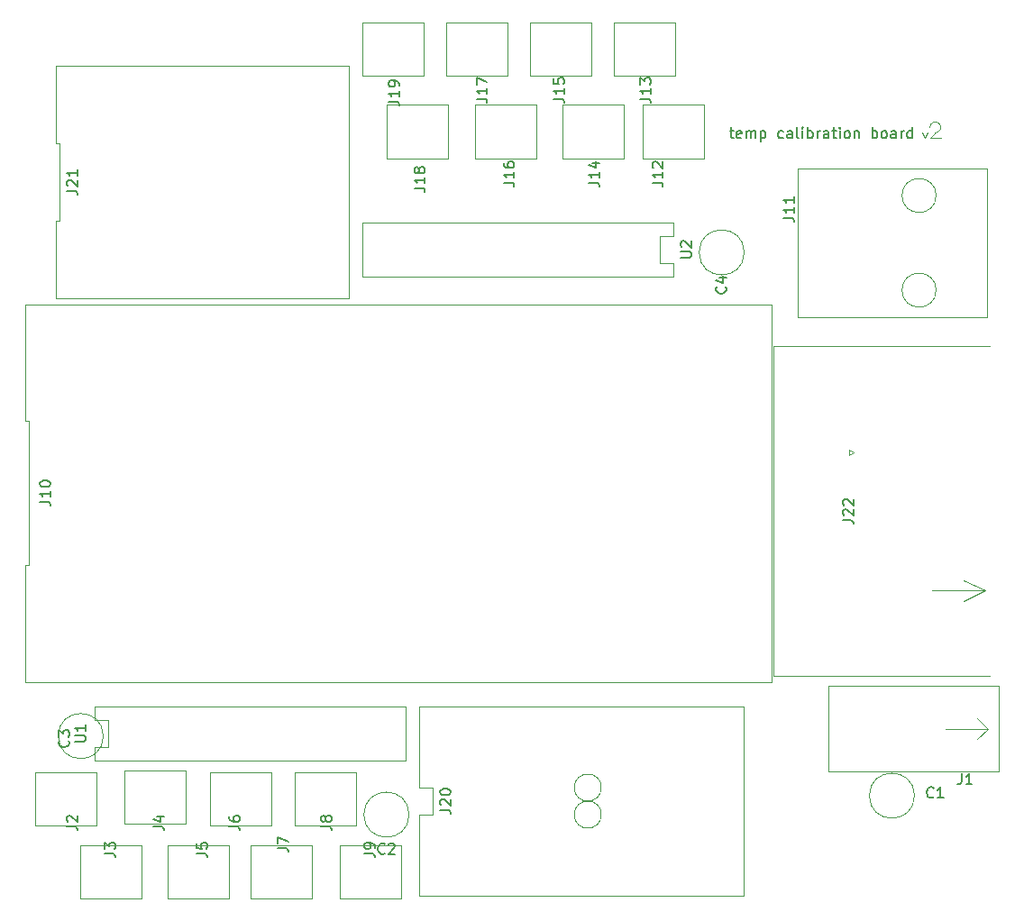
<source format=gbr>
G04 #@! TF.GenerationSoftware,KiCad,Pcbnew,5.1.2-f72e74a~84~ubuntu18.04.1*
G04 #@! TF.CreationDate,2019-06-04T17:18:25-04:00*
G04 #@! TF.ProjectId,temperature board,74656d70-6572-4617-9475-726520626f61,v01*
G04 #@! TF.SameCoordinates,Original*
G04 #@! TF.FileFunction,Legend,Top*
G04 #@! TF.FilePolarity,Positive*
%FSLAX46Y46*%
G04 Gerber Fmt 4.6, Leading zero omitted, Abs format (unit mm)*
G04 Created by KiCad (PCBNEW 5.1.2-f72e74a~84~ubuntu18.04.1) date 2019-06-04 17:18:25*
%MOMM*%
%LPD*%
G04 APERTURE LIST*
%ADD10C,0.150000*%
%ADD11C,0.120000*%
G04 APERTURE END LIST*
D10*
X138423142Y-37123714D02*
X138804095Y-37123714D01*
X138566000Y-36790380D02*
X138566000Y-37647523D01*
X138613619Y-37742761D01*
X138708857Y-37790380D01*
X138804095Y-37790380D01*
X139518380Y-37742761D02*
X139423142Y-37790380D01*
X139232666Y-37790380D01*
X139137428Y-37742761D01*
X139089809Y-37647523D01*
X139089809Y-37266571D01*
X139137428Y-37171333D01*
X139232666Y-37123714D01*
X139423142Y-37123714D01*
X139518380Y-37171333D01*
X139566000Y-37266571D01*
X139566000Y-37361809D01*
X139089809Y-37457047D01*
X139994571Y-37790380D02*
X139994571Y-37123714D01*
X139994571Y-37218952D02*
X140042190Y-37171333D01*
X140137428Y-37123714D01*
X140280285Y-37123714D01*
X140375523Y-37171333D01*
X140423142Y-37266571D01*
X140423142Y-37790380D01*
X140423142Y-37266571D02*
X140470761Y-37171333D01*
X140566000Y-37123714D01*
X140708857Y-37123714D01*
X140804095Y-37171333D01*
X140851714Y-37266571D01*
X140851714Y-37790380D01*
X141327904Y-37123714D02*
X141327904Y-38123714D01*
X141327904Y-37171333D02*
X141423142Y-37123714D01*
X141613619Y-37123714D01*
X141708857Y-37171333D01*
X141756476Y-37218952D01*
X141804095Y-37314190D01*
X141804095Y-37599904D01*
X141756476Y-37695142D01*
X141708857Y-37742761D01*
X141613619Y-37790380D01*
X141423142Y-37790380D01*
X141327904Y-37742761D01*
X143423142Y-37742761D02*
X143327904Y-37790380D01*
X143137428Y-37790380D01*
X143042190Y-37742761D01*
X142994571Y-37695142D01*
X142946952Y-37599904D01*
X142946952Y-37314190D01*
X142994571Y-37218952D01*
X143042190Y-37171333D01*
X143137428Y-37123714D01*
X143327904Y-37123714D01*
X143423142Y-37171333D01*
X144280285Y-37790380D02*
X144280285Y-37266571D01*
X144232666Y-37171333D01*
X144137428Y-37123714D01*
X143946952Y-37123714D01*
X143851714Y-37171333D01*
X144280285Y-37742761D02*
X144185047Y-37790380D01*
X143946952Y-37790380D01*
X143851714Y-37742761D01*
X143804095Y-37647523D01*
X143804095Y-37552285D01*
X143851714Y-37457047D01*
X143946952Y-37409428D01*
X144185047Y-37409428D01*
X144280285Y-37361809D01*
X144899333Y-37790380D02*
X144804095Y-37742761D01*
X144756476Y-37647523D01*
X144756476Y-36790380D01*
X145280285Y-37790380D02*
X145280285Y-37123714D01*
X145280285Y-36790380D02*
X145232666Y-36838000D01*
X145280285Y-36885619D01*
X145327904Y-36838000D01*
X145280285Y-36790380D01*
X145280285Y-36885619D01*
X145756476Y-37790380D02*
X145756476Y-36790380D01*
X145756476Y-37171333D02*
X145851714Y-37123714D01*
X146042190Y-37123714D01*
X146137428Y-37171333D01*
X146185047Y-37218952D01*
X146232666Y-37314190D01*
X146232666Y-37599904D01*
X146185047Y-37695142D01*
X146137428Y-37742761D01*
X146042190Y-37790380D01*
X145851714Y-37790380D01*
X145756476Y-37742761D01*
X146661238Y-37790380D02*
X146661238Y-37123714D01*
X146661238Y-37314190D02*
X146708857Y-37218952D01*
X146756476Y-37171333D01*
X146851714Y-37123714D01*
X146946952Y-37123714D01*
X147708857Y-37790380D02*
X147708857Y-37266571D01*
X147661238Y-37171333D01*
X147566000Y-37123714D01*
X147375523Y-37123714D01*
X147280285Y-37171333D01*
X147708857Y-37742761D02*
X147613619Y-37790380D01*
X147375523Y-37790380D01*
X147280285Y-37742761D01*
X147232666Y-37647523D01*
X147232666Y-37552285D01*
X147280285Y-37457047D01*
X147375523Y-37409428D01*
X147613619Y-37409428D01*
X147708857Y-37361809D01*
X148042190Y-37123714D02*
X148423142Y-37123714D01*
X148185047Y-36790380D02*
X148185047Y-37647523D01*
X148232666Y-37742761D01*
X148327904Y-37790380D01*
X148423142Y-37790380D01*
X148756476Y-37790380D02*
X148756476Y-37123714D01*
X148756476Y-36790380D02*
X148708857Y-36838000D01*
X148756476Y-36885619D01*
X148804095Y-36838000D01*
X148756476Y-36790380D01*
X148756476Y-36885619D01*
X149375523Y-37790380D02*
X149280285Y-37742761D01*
X149232666Y-37695142D01*
X149185047Y-37599904D01*
X149185047Y-37314190D01*
X149232666Y-37218952D01*
X149280285Y-37171333D01*
X149375523Y-37123714D01*
X149518380Y-37123714D01*
X149613619Y-37171333D01*
X149661238Y-37218952D01*
X149708857Y-37314190D01*
X149708857Y-37599904D01*
X149661238Y-37695142D01*
X149613619Y-37742761D01*
X149518380Y-37790380D01*
X149375523Y-37790380D01*
X150137428Y-37123714D02*
X150137428Y-37790380D01*
X150137428Y-37218952D02*
X150185047Y-37171333D01*
X150280285Y-37123714D01*
X150423142Y-37123714D01*
X150518380Y-37171333D01*
X150566000Y-37266571D01*
X150566000Y-37790380D01*
X151804095Y-37790380D02*
X151804095Y-36790380D01*
X151804095Y-37171333D02*
X151899333Y-37123714D01*
X152089809Y-37123714D01*
X152185047Y-37171333D01*
X152232666Y-37218952D01*
X152280285Y-37314190D01*
X152280285Y-37599904D01*
X152232666Y-37695142D01*
X152185047Y-37742761D01*
X152089809Y-37790380D01*
X151899333Y-37790380D01*
X151804095Y-37742761D01*
X152851714Y-37790380D02*
X152756476Y-37742761D01*
X152708857Y-37695142D01*
X152661238Y-37599904D01*
X152661238Y-37314190D01*
X152708857Y-37218952D01*
X152756476Y-37171333D01*
X152851714Y-37123714D01*
X152994571Y-37123714D01*
X153089809Y-37171333D01*
X153137428Y-37218952D01*
X153185047Y-37314190D01*
X153185047Y-37599904D01*
X153137428Y-37695142D01*
X153089809Y-37742761D01*
X152994571Y-37790380D01*
X152851714Y-37790380D01*
X154042190Y-37790380D02*
X154042190Y-37266571D01*
X153994571Y-37171333D01*
X153899333Y-37123714D01*
X153708857Y-37123714D01*
X153613619Y-37171333D01*
X154042190Y-37742761D02*
X153946952Y-37790380D01*
X153708857Y-37790380D01*
X153613619Y-37742761D01*
X153566000Y-37647523D01*
X153566000Y-37552285D01*
X153613619Y-37457047D01*
X153708857Y-37409428D01*
X153946952Y-37409428D01*
X154042190Y-37361809D01*
X154518380Y-37790380D02*
X154518380Y-37123714D01*
X154518380Y-37314190D02*
X154566000Y-37218952D01*
X154613619Y-37171333D01*
X154708857Y-37123714D01*
X154804095Y-37123714D01*
X155566000Y-37790380D02*
X155566000Y-36790380D01*
X155566000Y-37742761D02*
X155470761Y-37790380D01*
X155280285Y-37790380D01*
X155185047Y-37742761D01*
X155137428Y-37695142D01*
X155089809Y-37599904D01*
X155089809Y-37314190D01*
X155137428Y-37218952D01*
X155185047Y-37171333D01*
X155280285Y-37123714D01*
X155470761Y-37123714D01*
X155566000Y-37171333D01*
D11*
X157226000Y-36779200D02*
G75*
G02X157734000Y-37287200I508000J0D01*
G01*
X157734000Y-37287200D02*
X157226000Y-37795200D01*
X157734000Y-37795200D02*
X158242000Y-37795200D01*
X157226000Y-37795200D02*
X157734000Y-37795200D01*
X156718000Y-37795200D02*
X156972000Y-37287200D01*
X156464000Y-37287200D02*
X156718000Y-37795200D01*
X135971000Y-34671000D02*
X135971000Y-39671000D01*
X130221000Y-34671000D02*
X130221000Y-39671000D01*
X135971000Y-34671000D02*
X130221000Y-34671000D01*
X135971000Y-39671000D02*
X130221000Y-39671000D01*
X73198000Y-102362000D02*
X73198000Y-97362000D01*
X78948000Y-102362000D02*
X78948000Y-97362000D01*
X73198000Y-102362000D02*
X78948000Y-102362000D01*
X73198000Y-97362000D02*
X78948000Y-97362000D01*
X142395000Y-88900001D02*
X142395000Y-53420001D01*
X72235000Y-77866666D02*
X72235000Y-88900000D01*
X72235000Y-64373334D02*
X72235000Y-53420000D01*
X72595000Y-77866666D02*
X72235000Y-77866666D01*
X72595000Y-64373334D02*
X72595000Y-77866666D01*
X72235000Y-64373334D02*
X72595000Y-64373334D01*
X142395000Y-53420001D02*
X72235000Y-53420000D01*
X72235000Y-88900000D02*
X142395000Y-88900001D01*
X162702000Y-93266000D02*
X161702000Y-92266000D01*
X161702000Y-94266000D02*
X162702000Y-93266000D01*
X162702000Y-93266000D02*
X161702000Y-94266000D01*
X158702000Y-93266000D02*
X162702000Y-93266000D01*
X147702000Y-97266000D02*
X163702000Y-97266000D01*
X147702000Y-89266000D02*
X147702000Y-97266000D01*
X163702000Y-89266000D02*
X147702000Y-89266000D01*
X163702000Y-90266000D02*
X163702000Y-89266000D01*
X163702000Y-97266000D02*
X163702000Y-90266000D01*
X75140000Y-45539999D02*
X75140000Y-52800000D01*
X75500000Y-45539999D02*
X75140000Y-45539999D01*
X75500000Y-38280000D02*
X75500000Y-45539999D01*
X75140000Y-38280000D02*
X75500000Y-38280000D01*
X75140000Y-31020000D02*
X75140000Y-38280000D01*
X102660000Y-31020000D02*
X75140000Y-31020000D01*
X102660000Y-52800000D02*
X102660000Y-31020000D01*
X75140000Y-52800000D02*
X102660000Y-52800000D01*
X126365000Y-98806000D02*
G75*
G03X126365000Y-98806000I-1270000J0D01*
G01*
X126365000Y-101346000D02*
G75*
G03X126365000Y-101346000I-1270000J0D01*
G01*
X139700000Y-108966000D02*
X109220000Y-108966000D01*
X139700000Y-91186000D02*
X139700000Y-108966000D01*
X109220000Y-91186000D02*
X139700000Y-91186000D01*
X109220000Y-98806000D02*
X109220000Y-91186000D01*
X110490000Y-98806000D02*
X109220000Y-98806000D01*
X110490000Y-101346000D02*
X110490000Y-98806000D01*
X109220000Y-101346000D02*
X110490000Y-101346000D01*
X109220000Y-108966000D02*
X109220000Y-101346000D01*
X89581000Y-102362000D02*
X89581000Y-97362000D01*
X95331000Y-102362000D02*
X95331000Y-97362000D01*
X89581000Y-102362000D02*
X95331000Y-102362000D01*
X89581000Y-97362000D02*
X95331000Y-97362000D01*
X133096000Y-50800000D02*
X130556000Y-50800000D01*
X133096000Y-49530000D02*
X133096000Y-50800000D01*
X131826000Y-49530000D02*
X133096000Y-49530000D01*
X131826000Y-46990000D02*
X131826000Y-49530000D01*
X133096000Y-46990000D02*
X131826000Y-46990000D01*
X133096000Y-45720000D02*
X133096000Y-46990000D01*
X130556000Y-45720000D02*
X133096000Y-45720000D01*
X103886000Y-45720000D02*
X130556000Y-45720000D01*
X103886000Y-50800000D02*
X103886000Y-45720000D01*
X130556000Y-50800000D02*
X103886000Y-50800000D01*
X78740000Y-91186000D02*
X81280000Y-91186000D01*
X78740000Y-92456000D02*
X78740000Y-91186000D01*
X80010000Y-92456000D02*
X78740000Y-92456000D01*
X80010000Y-94996000D02*
X80010000Y-92456000D01*
X78740000Y-94996000D02*
X80010000Y-94996000D01*
X78740000Y-96266000D02*
X78740000Y-94996000D01*
X81280000Y-96266000D02*
X78740000Y-96266000D01*
X107950000Y-96266000D02*
X81280000Y-96266000D01*
X107950000Y-91186000D02*
X107950000Y-96266000D01*
X81280000Y-91186000D02*
X107950000Y-91186000D01*
X125430000Y-26924000D02*
X125430000Y-31924000D01*
X119680000Y-26924000D02*
X119680000Y-31924000D01*
X125430000Y-26924000D02*
X119680000Y-26924000D01*
X125430000Y-31924000D02*
X119680000Y-31924000D01*
X133304000Y-26924000D02*
X133304000Y-31924000D01*
X127554000Y-26924000D02*
X127554000Y-31924000D01*
X133304000Y-26924000D02*
X127554000Y-26924000D01*
X133304000Y-31924000D02*
X127554000Y-31924000D01*
X120223000Y-34671000D02*
X120223000Y-39671000D01*
X114473000Y-34671000D02*
X114473000Y-39671000D01*
X120223000Y-34671000D02*
X114473000Y-34671000D01*
X120223000Y-39671000D02*
X114473000Y-39671000D01*
X97582000Y-102362000D02*
X97582000Y-97362000D01*
X103332000Y-102362000D02*
X103332000Y-97362000D01*
X97582000Y-102362000D02*
X103332000Y-102362000D01*
X97582000Y-97362000D02*
X103332000Y-97362000D01*
X81580000Y-102235000D02*
X81580000Y-97235000D01*
X87330000Y-102235000D02*
X87330000Y-97235000D01*
X81580000Y-102235000D02*
X87330000Y-102235000D01*
X81580000Y-97235000D02*
X87330000Y-97235000D01*
X144780000Y-40640000D02*
X144780000Y-54610000D01*
X162560000Y-40640000D02*
X144780000Y-40640000D01*
X162560000Y-54610000D02*
X162560000Y-40640000D01*
X144780000Y-54610000D02*
X162560000Y-54610000D01*
X157809946Y-52070000D02*
G75*
G03X157809946Y-52070000I-1599946J0D01*
G01*
X157809946Y-43180000D02*
G75*
G03X157809946Y-43180000I-1599946J0D01*
G01*
X109682000Y-26924000D02*
X109682000Y-31924000D01*
X103932000Y-26924000D02*
X103932000Y-31924000D01*
X109682000Y-26924000D02*
X103932000Y-26924000D01*
X109682000Y-31924000D02*
X103932000Y-31924000D01*
X111968000Y-34671000D02*
X111968000Y-39671000D01*
X106218000Y-34671000D02*
X106218000Y-39671000D01*
X111968000Y-34671000D02*
X106218000Y-34671000D01*
X111968000Y-39671000D02*
X106218000Y-39671000D01*
X117556000Y-26924000D02*
X117556000Y-31924000D01*
X111806000Y-26924000D02*
X111806000Y-31924000D01*
X117556000Y-26924000D02*
X111806000Y-26924000D01*
X117556000Y-31924000D02*
X111806000Y-31924000D01*
X128478000Y-34671000D02*
X128478000Y-39671000D01*
X122728000Y-34671000D02*
X122728000Y-39671000D01*
X128478000Y-34671000D02*
X122728000Y-34671000D01*
X128478000Y-39671000D02*
X122728000Y-39671000D01*
X101773000Y-109220000D02*
X101773000Y-104220000D01*
X107523000Y-109220000D02*
X107523000Y-104220000D01*
X101773000Y-109220000D02*
X107523000Y-109220000D01*
X101773000Y-104220000D02*
X107523000Y-104220000D01*
X93391000Y-109220000D02*
X93391000Y-104220000D01*
X99141000Y-109220000D02*
X99141000Y-104220000D01*
X93391000Y-109220000D02*
X99141000Y-109220000D01*
X93391000Y-104220000D02*
X99141000Y-104220000D01*
X85644000Y-109220000D02*
X85644000Y-104220000D01*
X91394000Y-109220000D02*
X91394000Y-104220000D01*
X85644000Y-109220000D02*
X91394000Y-109220000D01*
X85644000Y-104220000D02*
X91394000Y-104220000D01*
X77389000Y-109220000D02*
X77389000Y-104220000D01*
X83139000Y-109220000D02*
X83139000Y-104220000D01*
X77389000Y-109220000D02*
X83139000Y-109220000D01*
X77389000Y-104220000D02*
X83139000Y-104220000D01*
X155778000Y-99568000D02*
G75*
G03X155778000Y-99568000I-2120000J0D01*
G01*
X108304000Y-101346000D02*
G75*
G03X108304000Y-101346000I-2120000J0D01*
G01*
X79590000Y-93968000D02*
G75*
G03X79590000Y-93968000I-2120000J0D01*
G01*
X139788000Y-48526000D02*
G75*
G03X139788000Y-48526000I-2120000J0D01*
G01*
X150540000Y-57365000D02*
X142540000Y-57365000D01*
X150540000Y-88335000D02*
X142540000Y-88335000D01*
X150078675Y-67310000D02*
X149645662Y-67560000D01*
X149645662Y-67060000D02*
X150078675Y-67310000D01*
X149645662Y-67560000D02*
X149645662Y-67060000D01*
X150540000Y-57365000D02*
X162880000Y-57365000D01*
X142540000Y-88335000D02*
X142540000Y-57365000D01*
X162880000Y-88335000D02*
X150540000Y-88335000D01*
X157400000Y-80310000D02*
X162400000Y-80310000D01*
X162400000Y-80310000D02*
X160400000Y-79310000D01*
X160400000Y-79310000D02*
X162400000Y-80310000D01*
X160400000Y-81310000D02*
X162400000Y-80310000D01*
D10*
X131151380Y-41957523D02*
X131865666Y-41957523D01*
X132008523Y-42005142D01*
X132103761Y-42100380D01*
X132151380Y-42243238D01*
X132151380Y-42338476D01*
X132151380Y-40957523D02*
X132151380Y-41528952D01*
X132151380Y-41243238D02*
X131151380Y-41243238D01*
X131294238Y-41338476D01*
X131389476Y-41433714D01*
X131437095Y-41528952D01*
X131246619Y-40576571D02*
X131199000Y-40528952D01*
X131151380Y-40433714D01*
X131151380Y-40195619D01*
X131199000Y-40100380D01*
X131246619Y-40052761D01*
X131341857Y-40005142D01*
X131437095Y-40005142D01*
X131579952Y-40052761D01*
X132151380Y-40624190D01*
X132151380Y-40005142D01*
X76160380Y-102441333D02*
X76874666Y-102441333D01*
X77017523Y-102488952D01*
X77112761Y-102584190D01*
X77160380Y-102727047D01*
X77160380Y-102822285D01*
X76255619Y-102012761D02*
X76208000Y-101965142D01*
X76160380Y-101869904D01*
X76160380Y-101631809D01*
X76208000Y-101536571D01*
X76255619Y-101488952D01*
X76350857Y-101441333D01*
X76446095Y-101441333D01*
X76588952Y-101488952D01*
X77160380Y-102060380D01*
X77160380Y-101441333D01*
X73620380Y-71929523D02*
X74334666Y-71929523D01*
X74477523Y-71977142D01*
X74572761Y-72072380D01*
X74620380Y-72215238D01*
X74620380Y-72310476D01*
X74620380Y-70929523D02*
X74620380Y-71500952D01*
X74620380Y-71215238D02*
X73620380Y-71215238D01*
X73763238Y-71310476D01*
X73858476Y-71405714D01*
X73906095Y-71500952D01*
X73620380Y-70310476D02*
X73620380Y-70215238D01*
X73668000Y-70120000D01*
X73715619Y-70072380D01*
X73810857Y-70024761D01*
X74001333Y-69977142D01*
X74239428Y-69977142D01*
X74429904Y-70024761D01*
X74525142Y-70072380D01*
X74572761Y-70120000D01*
X74620380Y-70215238D01*
X74620380Y-70310476D01*
X74572761Y-70405714D01*
X74525142Y-70453333D01*
X74429904Y-70500952D01*
X74239428Y-70548571D01*
X74001333Y-70548571D01*
X73810857Y-70500952D01*
X73715619Y-70453333D01*
X73668000Y-70405714D01*
X73620380Y-70310476D01*
X160194666Y-97496380D02*
X160194666Y-98210666D01*
X160147047Y-98353523D01*
X160051809Y-98448761D01*
X159908952Y-98496380D01*
X159813714Y-98496380D01*
X161194666Y-98496380D02*
X160623238Y-98496380D01*
X160908952Y-98496380D02*
X160908952Y-97496380D01*
X160813714Y-97639238D01*
X160718476Y-97734476D01*
X160623238Y-97782095D01*
X76160380Y-42719523D02*
X76874666Y-42719523D01*
X77017523Y-42767142D01*
X77112761Y-42862380D01*
X77160380Y-43005238D01*
X77160380Y-43100476D01*
X76255619Y-42290952D02*
X76208000Y-42243333D01*
X76160380Y-42148095D01*
X76160380Y-41910000D01*
X76208000Y-41814761D01*
X76255619Y-41767142D01*
X76350857Y-41719523D01*
X76446095Y-41719523D01*
X76588952Y-41767142D01*
X77160380Y-42338571D01*
X77160380Y-41719523D01*
X77160380Y-40767142D02*
X77160380Y-41338571D01*
X77160380Y-41052857D02*
X76160380Y-41052857D01*
X76303238Y-41148095D01*
X76398476Y-41243333D01*
X76446095Y-41338571D01*
X111212380Y-100885523D02*
X111926666Y-100885523D01*
X112069523Y-100933142D01*
X112164761Y-101028380D01*
X112212380Y-101171238D01*
X112212380Y-101266476D01*
X111307619Y-100456952D02*
X111260000Y-100409333D01*
X111212380Y-100314095D01*
X111212380Y-100076000D01*
X111260000Y-99980761D01*
X111307619Y-99933142D01*
X111402857Y-99885523D01*
X111498095Y-99885523D01*
X111640952Y-99933142D01*
X112212380Y-100504571D01*
X112212380Y-99885523D01*
X111212380Y-99266476D02*
X111212380Y-99171238D01*
X111260000Y-99076000D01*
X111307619Y-99028380D01*
X111402857Y-98980761D01*
X111593333Y-98933142D01*
X111831428Y-98933142D01*
X112021904Y-98980761D01*
X112117142Y-99028380D01*
X112164761Y-99076000D01*
X112212380Y-99171238D01*
X112212380Y-99266476D01*
X112164761Y-99361714D01*
X112117142Y-99409333D01*
X112021904Y-99456952D01*
X111831428Y-99504571D01*
X111593333Y-99504571D01*
X111402857Y-99456952D01*
X111307619Y-99409333D01*
X111260000Y-99361714D01*
X111212380Y-99266476D01*
X91400380Y-102441333D02*
X92114666Y-102441333D01*
X92257523Y-102488952D01*
X92352761Y-102584190D01*
X92400380Y-102727047D01*
X92400380Y-102822285D01*
X91400380Y-101536571D02*
X91400380Y-101727047D01*
X91448000Y-101822285D01*
X91495619Y-101869904D01*
X91638476Y-101965142D01*
X91828952Y-102012761D01*
X92209904Y-102012761D01*
X92305142Y-101965142D01*
X92352761Y-101917523D01*
X92400380Y-101822285D01*
X92400380Y-101631809D01*
X92352761Y-101536571D01*
X92305142Y-101488952D01*
X92209904Y-101441333D01*
X91971809Y-101441333D01*
X91876571Y-101488952D01*
X91828952Y-101536571D01*
X91781333Y-101631809D01*
X91781333Y-101822285D01*
X91828952Y-101917523D01*
X91876571Y-101965142D01*
X91971809Y-102012761D01*
X133818380Y-49021904D02*
X134627904Y-49021904D01*
X134723142Y-48974285D01*
X134770761Y-48926666D01*
X134818380Y-48831428D01*
X134818380Y-48640952D01*
X134770761Y-48545714D01*
X134723142Y-48498095D01*
X134627904Y-48450476D01*
X133818380Y-48450476D01*
X133913619Y-48021904D02*
X133866000Y-47974285D01*
X133818380Y-47879047D01*
X133818380Y-47640952D01*
X133866000Y-47545714D01*
X133913619Y-47498095D01*
X134008857Y-47450476D01*
X134104095Y-47450476D01*
X134246952Y-47498095D01*
X134818380Y-48069523D01*
X134818380Y-47450476D01*
X76922380Y-94487904D02*
X77731904Y-94487904D01*
X77827142Y-94440285D01*
X77874761Y-94392666D01*
X77922380Y-94297428D01*
X77922380Y-94106952D01*
X77874761Y-94011714D01*
X77827142Y-93964095D01*
X77731904Y-93916476D01*
X76922380Y-93916476D01*
X77922380Y-92916476D02*
X77922380Y-93487904D01*
X77922380Y-93202190D02*
X76922380Y-93202190D01*
X77065238Y-93297428D01*
X77160476Y-93392666D01*
X77208095Y-93487904D01*
X121880380Y-34083523D02*
X122594666Y-34083523D01*
X122737523Y-34131142D01*
X122832761Y-34226380D01*
X122880380Y-34369238D01*
X122880380Y-34464476D01*
X122880380Y-33083523D02*
X122880380Y-33654952D01*
X122880380Y-33369238D02*
X121880380Y-33369238D01*
X122023238Y-33464476D01*
X122118476Y-33559714D01*
X122166095Y-33654952D01*
X121880380Y-32178761D02*
X121880380Y-32654952D01*
X122356571Y-32702571D01*
X122308952Y-32654952D01*
X122261333Y-32559714D01*
X122261333Y-32321619D01*
X122308952Y-32226380D01*
X122356571Y-32178761D01*
X122451809Y-32131142D01*
X122689904Y-32131142D01*
X122785142Y-32178761D01*
X122832761Y-32226380D01*
X122880380Y-32321619D01*
X122880380Y-32559714D01*
X122832761Y-32654952D01*
X122785142Y-32702571D01*
X130008380Y-34083523D02*
X130722666Y-34083523D01*
X130865523Y-34131142D01*
X130960761Y-34226380D01*
X131008380Y-34369238D01*
X131008380Y-34464476D01*
X131008380Y-33083523D02*
X131008380Y-33654952D01*
X131008380Y-33369238D02*
X130008380Y-33369238D01*
X130151238Y-33464476D01*
X130246476Y-33559714D01*
X130294095Y-33654952D01*
X130008380Y-32750190D02*
X130008380Y-32131142D01*
X130389333Y-32464476D01*
X130389333Y-32321619D01*
X130436952Y-32226380D01*
X130484571Y-32178761D01*
X130579809Y-32131142D01*
X130817904Y-32131142D01*
X130913142Y-32178761D01*
X130960761Y-32226380D01*
X131008380Y-32321619D01*
X131008380Y-32607333D01*
X130960761Y-32702571D01*
X130913142Y-32750190D01*
X117181380Y-41957523D02*
X117895666Y-41957523D01*
X118038523Y-42005142D01*
X118133761Y-42100380D01*
X118181380Y-42243238D01*
X118181380Y-42338476D01*
X118181380Y-40957523D02*
X118181380Y-41528952D01*
X118181380Y-41243238D02*
X117181380Y-41243238D01*
X117324238Y-41338476D01*
X117419476Y-41433714D01*
X117467095Y-41528952D01*
X117181380Y-40100380D02*
X117181380Y-40290857D01*
X117229000Y-40386095D01*
X117276619Y-40433714D01*
X117419476Y-40528952D01*
X117609952Y-40576571D01*
X117990904Y-40576571D01*
X118086142Y-40528952D01*
X118133761Y-40481333D01*
X118181380Y-40386095D01*
X118181380Y-40195619D01*
X118133761Y-40100380D01*
X118086142Y-40052761D01*
X117990904Y-40005142D01*
X117752809Y-40005142D01*
X117657571Y-40052761D01*
X117609952Y-40100380D01*
X117562333Y-40195619D01*
X117562333Y-40386095D01*
X117609952Y-40481333D01*
X117657571Y-40528952D01*
X117752809Y-40576571D01*
X100036380Y-102441333D02*
X100750666Y-102441333D01*
X100893523Y-102488952D01*
X100988761Y-102584190D01*
X101036380Y-102727047D01*
X101036380Y-102822285D01*
X100464952Y-101822285D02*
X100417333Y-101917523D01*
X100369714Y-101965142D01*
X100274476Y-102012761D01*
X100226857Y-102012761D01*
X100131619Y-101965142D01*
X100084000Y-101917523D01*
X100036380Y-101822285D01*
X100036380Y-101631809D01*
X100084000Y-101536571D01*
X100131619Y-101488952D01*
X100226857Y-101441333D01*
X100274476Y-101441333D01*
X100369714Y-101488952D01*
X100417333Y-101536571D01*
X100464952Y-101631809D01*
X100464952Y-101822285D01*
X100512571Y-101917523D01*
X100560190Y-101965142D01*
X100655428Y-102012761D01*
X100845904Y-102012761D01*
X100941142Y-101965142D01*
X100988761Y-101917523D01*
X101036380Y-101822285D01*
X101036380Y-101631809D01*
X100988761Y-101536571D01*
X100941142Y-101488952D01*
X100845904Y-101441333D01*
X100655428Y-101441333D01*
X100560190Y-101488952D01*
X100512571Y-101536571D01*
X100464952Y-101631809D01*
X84288380Y-102441333D02*
X85002666Y-102441333D01*
X85145523Y-102488952D01*
X85240761Y-102584190D01*
X85288380Y-102727047D01*
X85288380Y-102822285D01*
X84621714Y-101536571D02*
X85288380Y-101536571D01*
X84240761Y-101774666D02*
X84955047Y-102012761D01*
X84955047Y-101393714D01*
X143462380Y-45259523D02*
X144176666Y-45259523D01*
X144319523Y-45307142D01*
X144414761Y-45402380D01*
X144462380Y-45545238D01*
X144462380Y-45640476D01*
X144462380Y-44259523D02*
X144462380Y-44830952D01*
X144462380Y-44545238D02*
X143462380Y-44545238D01*
X143605238Y-44640476D01*
X143700476Y-44735714D01*
X143748095Y-44830952D01*
X144462380Y-43307142D02*
X144462380Y-43878571D01*
X144462380Y-43592857D02*
X143462380Y-43592857D01*
X143605238Y-43688095D01*
X143700476Y-43783333D01*
X143748095Y-43878571D01*
X106386380Y-34337523D02*
X107100666Y-34337523D01*
X107243523Y-34385142D01*
X107338761Y-34480380D01*
X107386380Y-34623238D01*
X107386380Y-34718476D01*
X107386380Y-33337523D02*
X107386380Y-33908952D01*
X107386380Y-33623238D02*
X106386380Y-33623238D01*
X106529238Y-33718476D01*
X106624476Y-33813714D01*
X106672095Y-33908952D01*
X107386380Y-32861333D02*
X107386380Y-32670857D01*
X107338761Y-32575619D01*
X107291142Y-32528000D01*
X107148285Y-32432761D01*
X106957809Y-32385142D01*
X106576857Y-32385142D01*
X106481619Y-32432761D01*
X106434000Y-32480380D01*
X106386380Y-32575619D01*
X106386380Y-32766095D01*
X106434000Y-32861333D01*
X106481619Y-32908952D01*
X106576857Y-32956571D01*
X106814952Y-32956571D01*
X106910190Y-32908952D01*
X106957809Y-32861333D01*
X107005428Y-32766095D01*
X107005428Y-32575619D01*
X106957809Y-32480380D01*
X106910190Y-32432761D01*
X106814952Y-32385142D01*
X108799380Y-42465523D02*
X109513666Y-42465523D01*
X109656523Y-42513142D01*
X109751761Y-42608380D01*
X109799380Y-42751238D01*
X109799380Y-42846476D01*
X109799380Y-41465523D02*
X109799380Y-42036952D01*
X109799380Y-41751238D02*
X108799380Y-41751238D01*
X108942238Y-41846476D01*
X109037476Y-41941714D01*
X109085095Y-42036952D01*
X109227952Y-40894095D02*
X109180333Y-40989333D01*
X109132714Y-41036952D01*
X109037476Y-41084571D01*
X108989857Y-41084571D01*
X108894619Y-41036952D01*
X108847000Y-40989333D01*
X108799380Y-40894095D01*
X108799380Y-40703619D01*
X108847000Y-40608380D01*
X108894619Y-40560761D01*
X108989857Y-40513142D01*
X109037476Y-40513142D01*
X109132714Y-40560761D01*
X109180333Y-40608380D01*
X109227952Y-40703619D01*
X109227952Y-40894095D01*
X109275571Y-40989333D01*
X109323190Y-41036952D01*
X109418428Y-41084571D01*
X109608904Y-41084571D01*
X109704142Y-41036952D01*
X109751761Y-40989333D01*
X109799380Y-40894095D01*
X109799380Y-40703619D01*
X109751761Y-40608380D01*
X109704142Y-40560761D01*
X109608904Y-40513142D01*
X109418428Y-40513142D01*
X109323190Y-40560761D01*
X109275571Y-40608380D01*
X109227952Y-40703619D01*
X114633380Y-34083523D02*
X115347666Y-34083523D01*
X115490523Y-34131142D01*
X115585761Y-34226380D01*
X115633380Y-34369238D01*
X115633380Y-34464476D01*
X115633380Y-33083523D02*
X115633380Y-33654952D01*
X115633380Y-33369238D02*
X114633380Y-33369238D01*
X114776238Y-33464476D01*
X114871476Y-33559714D01*
X114919095Y-33654952D01*
X114633380Y-32750190D02*
X114633380Y-32083523D01*
X115633380Y-32512095D01*
X125182380Y-41957523D02*
X125896666Y-41957523D01*
X126039523Y-42005142D01*
X126134761Y-42100380D01*
X126182380Y-42243238D01*
X126182380Y-42338476D01*
X126182380Y-40957523D02*
X126182380Y-41528952D01*
X126182380Y-41243238D02*
X125182380Y-41243238D01*
X125325238Y-41338476D01*
X125420476Y-41433714D01*
X125468095Y-41528952D01*
X125515714Y-40100380D02*
X126182380Y-40100380D01*
X125134761Y-40338476D02*
X125849047Y-40576571D01*
X125849047Y-39957523D01*
X104100380Y-104981333D02*
X104814666Y-104981333D01*
X104957523Y-105028952D01*
X105052761Y-105124190D01*
X105100380Y-105267047D01*
X105100380Y-105362285D01*
X105100380Y-104457523D02*
X105100380Y-104267047D01*
X105052761Y-104171809D01*
X105005142Y-104124190D01*
X104862285Y-104028952D01*
X104671809Y-103981333D01*
X104290857Y-103981333D01*
X104195619Y-104028952D01*
X104148000Y-104076571D01*
X104100380Y-104171809D01*
X104100380Y-104362285D01*
X104148000Y-104457523D01*
X104195619Y-104505142D01*
X104290857Y-104552761D01*
X104528952Y-104552761D01*
X104624190Y-104505142D01*
X104671809Y-104457523D01*
X104719428Y-104362285D01*
X104719428Y-104171809D01*
X104671809Y-104076571D01*
X104624190Y-104028952D01*
X104528952Y-103981333D01*
X95972380Y-104473333D02*
X96686666Y-104473333D01*
X96829523Y-104520952D01*
X96924761Y-104616190D01*
X96972380Y-104759047D01*
X96972380Y-104854285D01*
X95972380Y-104092380D02*
X95972380Y-103425714D01*
X96972380Y-103854285D01*
X88352380Y-104981333D02*
X89066666Y-104981333D01*
X89209523Y-105028952D01*
X89304761Y-105124190D01*
X89352380Y-105267047D01*
X89352380Y-105362285D01*
X88352380Y-104028952D02*
X88352380Y-104505142D01*
X88828571Y-104552761D01*
X88780952Y-104505142D01*
X88733333Y-104409904D01*
X88733333Y-104171809D01*
X88780952Y-104076571D01*
X88828571Y-104028952D01*
X88923809Y-103981333D01*
X89161904Y-103981333D01*
X89257142Y-104028952D01*
X89304761Y-104076571D01*
X89352380Y-104171809D01*
X89352380Y-104409904D01*
X89304761Y-104505142D01*
X89257142Y-104552761D01*
X79716380Y-104981333D02*
X80430666Y-104981333D01*
X80573523Y-105028952D01*
X80668761Y-105124190D01*
X80716380Y-105267047D01*
X80716380Y-105362285D01*
X79716380Y-104600380D02*
X79716380Y-103981333D01*
X80097333Y-104314666D01*
X80097333Y-104171809D01*
X80144952Y-104076571D01*
X80192571Y-104028952D01*
X80287809Y-103981333D01*
X80525904Y-103981333D01*
X80621142Y-104028952D01*
X80668761Y-104076571D01*
X80716380Y-104171809D01*
X80716380Y-104457523D01*
X80668761Y-104552761D01*
X80621142Y-104600380D01*
X157567333Y-99671142D02*
X157519714Y-99718761D01*
X157376857Y-99766380D01*
X157281619Y-99766380D01*
X157138761Y-99718761D01*
X157043523Y-99623523D01*
X156995904Y-99528285D01*
X156948285Y-99337809D01*
X156948285Y-99194952D01*
X156995904Y-99004476D01*
X157043523Y-98909238D01*
X157138761Y-98814000D01*
X157281619Y-98766380D01*
X157376857Y-98766380D01*
X157519714Y-98814000D01*
X157567333Y-98861619D01*
X158519714Y-99766380D02*
X157948285Y-99766380D01*
X158234000Y-99766380D02*
X158234000Y-98766380D01*
X158138761Y-98909238D01*
X158043523Y-99004476D01*
X157948285Y-99052095D01*
X106017333Y-104953142D02*
X105969714Y-105000761D01*
X105826857Y-105048380D01*
X105731619Y-105048380D01*
X105588761Y-105000761D01*
X105493523Y-104905523D01*
X105445904Y-104810285D01*
X105398285Y-104619809D01*
X105398285Y-104476952D01*
X105445904Y-104286476D01*
X105493523Y-104191238D01*
X105588761Y-104096000D01*
X105731619Y-104048380D01*
X105826857Y-104048380D01*
X105969714Y-104096000D01*
X106017333Y-104143619D01*
X106398285Y-104143619D02*
X106445904Y-104096000D01*
X106541142Y-104048380D01*
X106779238Y-104048380D01*
X106874476Y-104096000D01*
X106922095Y-104143619D01*
X106969714Y-104238857D01*
X106969714Y-104334095D01*
X106922095Y-104476952D01*
X106350666Y-105048380D01*
X106969714Y-105048380D01*
X76303142Y-94376666D02*
X76350761Y-94424285D01*
X76398380Y-94567142D01*
X76398380Y-94662380D01*
X76350761Y-94805238D01*
X76255523Y-94900476D01*
X76160285Y-94948095D01*
X75969809Y-94995714D01*
X75826952Y-94995714D01*
X75636476Y-94948095D01*
X75541238Y-94900476D01*
X75446000Y-94805238D01*
X75398380Y-94662380D01*
X75398380Y-94567142D01*
X75446000Y-94424285D01*
X75493619Y-94376666D01*
X75398380Y-94043333D02*
X75398380Y-93424285D01*
X75779333Y-93757619D01*
X75779333Y-93614761D01*
X75826952Y-93519523D01*
X75874571Y-93471904D01*
X75969809Y-93424285D01*
X76207904Y-93424285D01*
X76303142Y-93471904D01*
X76350761Y-93519523D01*
X76398380Y-93614761D01*
X76398380Y-93900476D01*
X76350761Y-93995714D01*
X76303142Y-94043333D01*
X138025142Y-51752666D02*
X138072761Y-51800285D01*
X138120380Y-51943142D01*
X138120380Y-52038380D01*
X138072761Y-52181238D01*
X137977523Y-52276476D01*
X137882285Y-52324095D01*
X137691809Y-52371714D01*
X137548952Y-52371714D01*
X137358476Y-52324095D01*
X137263238Y-52276476D01*
X137168000Y-52181238D01*
X137120380Y-52038380D01*
X137120380Y-51943142D01*
X137168000Y-51800285D01*
X137215619Y-51752666D01*
X137453714Y-50895523D02*
X138120380Y-50895523D01*
X137072761Y-51133619D02*
X137787047Y-51371714D01*
X137787047Y-50752666D01*
X149052380Y-73659523D02*
X149766666Y-73659523D01*
X149909523Y-73707142D01*
X150004761Y-73802380D01*
X150052380Y-73945238D01*
X150052380Y-74040476D01*
X149147619Y-73230952D02*
X149100000Y-73183333D01*
X149052380Y-73088095D01*
X149052380Y-72850000D01*
X149100000Y-72754761D01*
X149147619Y-72707142D01*
X149242857Y-72659523D01*
X149338095Y-72659523D01*
X149480952Y-72707142D01*
X150052380Y-73278571D01*
X150052380Y-72659523D01*
X149147619Y-72278571D02*
X149100000Y-72230952D01*
X149052380Y-72135714D01*
X149052380Y-71897619D01*
X149100000Y-71802380D01*
X149147619Y-71754761D01*
X149242857Y-71707142D01*
X149338095Y-71707142D01*
X149480952Y-71754761D01*
X150052380Y-72326190D01*
X150052380Y-71707142D01*
M02*

</source>
